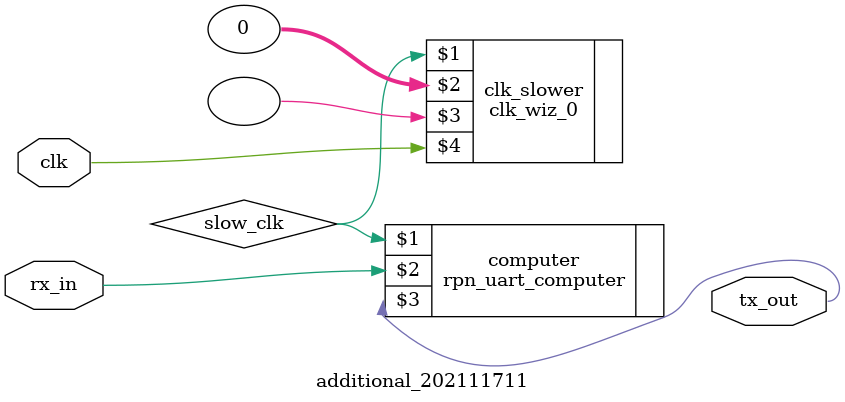
<source format=v>
`timescale 1ns / 1ps


module additional_202111711(clk,rx_in,tx_out);
    
    input clk;
    input rx_in;
     
    output tx_out;
    
    wire slow_clk;
    clk_wiz_0 clk_slower (slow_clk,0,,clk);
    rpn_uart_computer computer(slow_clk,rx_in,tx_out);
    
endmodule

</source>
